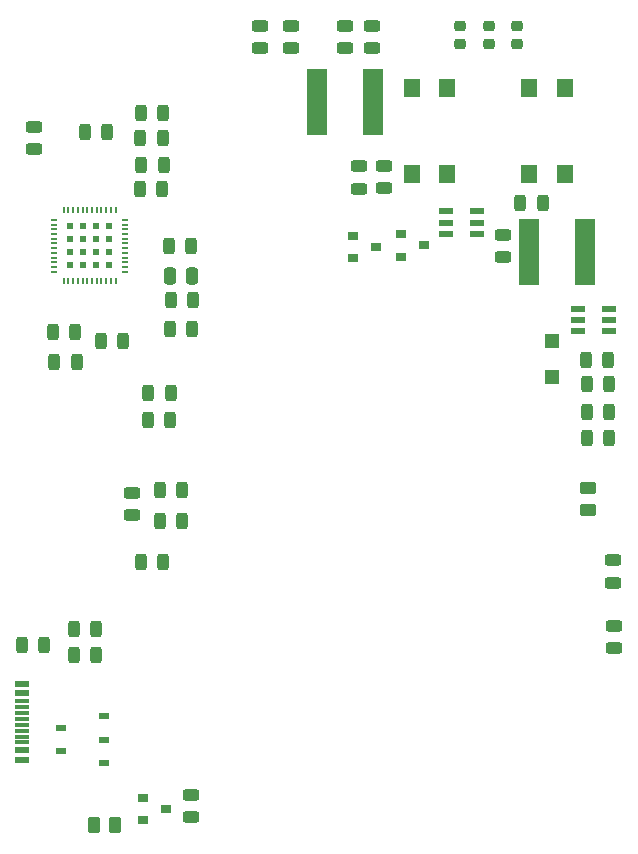
<source format=gbr>
G04 #@! TF.GenerationSoftware,KiCad,Pcbnew,(5.99.0-10509-g065f85b504)*
G04 #@! TF.CreationDate,2021-07-11T16:30:22-06:00*
G04 #@! TF.ProjectId,HAT_ver_7,4841545f-7665-4725-9f37-2e6b69636164,7.0.6*
G04 #@! TF.SameCoordinates,Original*
G04 #@! TF.FileFunction,Paste,Top*
G04 #@! TF.FilePolarity,Positive*
%FSLAX46Y46*%
G04 Gerber Fmt 4.6, Leading zero omitted, Abs format (unit mm)*
G04 Created by KiCad (PCBNEW (5.99.0-10509-g065f85b504)) date 2021-07-11 16:30:22*
%MOMM*%
%LPD*%
G01*
G04 APERTURE LIST*
G04 Aperture macros list*
%AMRoundRect*
0 Rectangle with rounded corners*
0 $1 Rounding radius*
0 $2 $3 $4 $5 $6 $7 $8 $9 X,Y pos of 4 corners*
0 Add a 4 corners polygon primitive as box body*
4,1,4,$2,$3,$4,$5,$6,$7,$8,$9,$2,$3,0*
0 Add four circle primitives for the rounded corners*
1,1,$1+$1,$2,$3*
1,1,$1+$1,$4,$5*
1,1,$1+$1,$6,$7*
1,1,$1+$1,$8,$9*
0 Add four rect primitives between the rounded corners*
20,1,$1+$1,$2,$3,$4,$5,0*
20,1,$1+$1,$4,$5,$6,$7,0*
20,1,$1+$1,$6,$7,$8,$9,0*
20,1,$1+$1,$8,$9,$2,$3,0*%
G04 Aperture macros list end*
%ADD10R,1.400000X1.600000*%
%ADD11R,1.200000X0.600000*%
%ADD12RoundRect,0.243750X-0.456250X0.243750X-0.456250X-0.243750X0.456250X-0.243750X0.456250X0.243750X0*%
%ADD13R,1.800000X5.700000*%
%ADD14R,1.220000X1.250000*%
%ADD15R,0.610000X0.190000*%
%ADD16R,0.190000X0.610000*%
%ADD17R,0.194000X0.626000*%
%ADD18R,0.600750X0.600750*%
%ADD19RoundRect,0.243750X0.243750X0.456250X-0.243750X0.456250X-0.243750X-0.456250X0.243750X-0.456250X0*%
%ADD20RoundRect,0.243750X0.456250X-0.243750X0.456250X0.243750X-0.456250X0.243750X-0.456250X-0.243750X0*%
%ADD21R,0.900000X0.800000*%
%ADD22RoundRect,0.243750X-0.243750X-0.456250X0.243750X-0.456250X0.243750X0.456250X-0.243750X0.456250X0*%
%ADD23RoundRect,0.218750X-0.256250X0.218750X-0.256250X-0.218750X0.256250X-0.218750X0.256250X0.218750X0*%
%ADD24RoundRect,0.250000X-0.262500X-0.450000X0.262500X-0.450000X0.262500X0.450000X-0.262500X0.450000X0*%
%ADD25RoundRect,0.250000X0.250000X0.475000X-0.250000X0.475000X-0.250000X-0.475000X0.250000X-0.475000X0*%
%ADD26R,0.950000X0.600000*%
%ADD27R,1.150000X0.600000*%
%ADD28R,1.150000X0.300000*%
%ADD29RoundRect,0.250000X0.450000X-0.262500X0.450000X0.262500X-0.450000X0.262500X-0.450000X-0.262500X0*%
G04 APERTURE END LIST*
D10*
X167936800Y-77700000D03*
X167936800Y-70500000D03*
X170936800Y-70500000D03*
X170936800Y-77700000D03*
D11*
X182040000Y-89160000D03*
X182040000Y-90110000D03*
X182040000Y-91060000D03*
X184640000Y-91060000D03*
X184640000Y-90110000D03*
X184640000Y-89160000D03*
D12*
X175700000Y-82872500D03*
X175700000Y-84747500D03*
D11*
X170870000Y-80900000D03*
X170870000Y-81850000D03*
X170870000Y-82800000D03*
X173470000Y-82800000D03*
X173470000Y-81850000D03*
X173470000Y-80900000D03*
D13*
X164630000Y-71670000D03*
X159930000Y-71670000D03*
D14*
X179790000Y-94920000D03*
X179790000Y-91920000D03*
D15*
X137665200Y-81620000D03*
X137665200Y-82020000D03*
X137665200Y-82420000D03*
X137665200Y-82820000D03*
X137665200Y-83220000D03*
X137665200Y-83620000D03*
X137665200Y-84020000D03*
X137665200Y-84420000D03*
X137665200Y-84820000D03*
X137665200Y-85220000D03*
X137665200Y-85620000D03*
X137665200Y-86020000D03*
D16*
X138465200Y-86820000D03*
X138865200Y-86820000D03*
X139265200Y-86820000D03*
X139665200Y-86820000D03*
X140065200Y-86820000D03*
X140465200Y-86820000D03*
X140865200Y-86820000D03*
X141265200Y-86820000D03*
X141665200Y-86820000D03*
X142065200Y-86820000D03*
X142465200Y-86820000D03*
X142865200Y-86820000D03*
D15*
X143665200Y-86020000D03*
X143665200Y-85620000D03*
X143665200Y-85220000D03*
X143665200Y-84820000D03*
X143665200Y-84420000D03*
X143665200Y-84020000D03*
X143665200Y-83620000D03*
X143665200Y-83220000D03*
X143665200Y-82820000D03*
X143665200Y-82420000D03*
X143665200Y-82020000D03*
X143665200Y-81620000D03*
D16*
X142865200Y-80820000D03*
D17*
X142465200Y-80820000D03*
D16*
X142065200Y-80820000D03*
X141665200Y-80820000D03*
X141265200Y-80820000D03*
X140865200Y-80820000D03*
X140465200Y-80820000D03*
X140065200Y-80820000D03*
X139665200Y-80820000D03*
X139265200Y-80820000D03*
X138865200Y-80820000D03*
X138465200Y-80820000D03*
D18*
X142333950Y-82151250D03*
X140108950Y-85488750D03*
X141221450Y-83263750D03*
X142333950Y-83263750D03*
X141221450Y-82151250D03*
X142333950Y-84376250D03*
X141221450Y-84376250D03*
X141221450Y-85488750D03*
X138996450Y-85488750D03*
X140108950Y-84376250D03*
X138996450Y-83263750D03*
X138996450Y-82151250D03*
X140108950Y-83263750D03*
X142333950Y-85488750D03*
X140108950Y-82151250D03*
X138996450Y-84376250D03*
D19*
X141217500Y-118460000D03*
X139342500Y-118460000D03*
D20*
X165570000Y-78927500D03*
X165570000Y-77052500D03*
X163510000Y-78977500D03*
X163510000Y-77102500D03*
D21*
X167000000Y-84740000D03*
X169000000Y-83790000D03*
X167000000Y-82840000D03*
D20*
X185090000Y-117877500D03*
X185090000Y-116002500D03*
D22*
X144962500Y-74730000D03*
X146837500Y-74730000D03*
X144972500Y-72550000D03*
X146847500Y-72550000D03*
D12*
X135980000Y-73745000D03*
X135980000Y-75620000D03*
D22*
X177142500Y-80160000D03*
X179017500Y-80160000D03*
D19*
X149308300Y-90830400D03*
X147433300Y-90830400D03*
X149222700Y-83870800D03*
X147347700Y-83870800D03*
D22*
X182792500Y-100080000D03*
X184667500Y-100080000D03*
X182792500Y-97890000D03*
X184667500Y-97890000D03*
D19*
X146907500Y-110580000D03*
X145032500Y-110580000D03*
X139443700Y-91084400D03*
X137568700Y-91084400D03*
X139554700Y-93624400D03*
X137679700Y-93624400D03*
X146927500Y-77010000D03*
X145052500Y-77010000D03*
D12*
X149250400Y-130329700D03*
X149250400Y-132204700D03*
D20*
X144221200Y-106652300D03*
X144221200Y-104777300D03*
D19*
X142110700Y-74168000D03*
X140235700Y-74168000D03*
D20*
X157734000Y-67104500D03*
X157734000Y-65229500D03*
D22*
X144915000Y-78980000D03*
X146790000Y-78980000D03*
X141642500Y-91860000D03*
X143517500Y-91860000D03*
D12*
X164592000Y-65204100D03*
X164592000Y-67079100D03*
D20*
X162306000Y-67079100D03*
X162306000Y-65204100D03*
D19*
X147520900Y-96316800D03*
X145645900Y-96316800D03*
X147495500Y-98577400D03*
X145620500Y-98577400D03*
X148460700Y-107086400D03*
X146585700Y-107086400D03*
X148460700Y-104495600D03*
X146585700Y-104495600D03*
X149410700Y-88442800D03*
X147535700Y-88442800D03*
D20*
X155067000Y-67079100D03*
X155067000Y-65204100D03*
D22*
X182742500Y-95510000D03*
X184617500Y-95510000D03*
D19*
X184567500Y-93460000D03*
X182692500Y-93460000D03*
D20*
X184950000Y-112337500D03*
X184950000Y-110462500D03*
D10*
X177898800Y-70500000D03*
X177898800Y-77700000D03*
X180898800Y-77700000D03*
X180898800Y-70500000D03*
D22*
X139342500Y-116290000D03*
X141217500Y-116290000D03*
D23*
X176883600Y-65201700D03*
X176883600Y-66776700D03*
X174445200Y-65201700D03*
X174445200Y-66776700D03*
X172006800Y-65201700D03*
X172006800Y-66776700D03*
D22*
X134904000Y-117652800D03*
X136779000Y-117652800D03*
D13*
X182581800Y-84377400D03*
X177881800Y-84377400D03*
D24*
X140997300Y-132892800D03*
X142822300Y-132892800D03*
D25*
X149340000Y-86350000D03*
X147440000Y-86350000D03*
D21*
X162940000Y-84870000D03*
X164940000Y-83920000D03*
X162940000Y-82970000D03*
D26*
X141855600Y-127628400D03*
X138255600Y-126628400D03*
X141855600Y-125628400D03*
X138255600Y-124628400D03*
X141855600Y-123628400D03*
D27*
X134937500Y-120920000D03*
X134937500Y-121720000D03*
D28*
X134937500Y-122870000D03*
X134937500Y-123870000D03*
X134937500Y-124370000D03*
X134937500Y-125370000D03*
D27*
X134937500Y-127320000D03*
X134937500Y-126520000D03*
D28*
X134937500Y-125870000D03*
X134937500Y-124870000D03*
X134937500Y-123370000D03*
X134937500Y-122370000D03*
D21*
X145151600Y-130545800D03*
X145151600Y-132445800D03*
X147151600Y-131495800D03*
D29*
X182830000Y-106182500D03*
X182830000Y-104357500D03*
M02*

</source>
